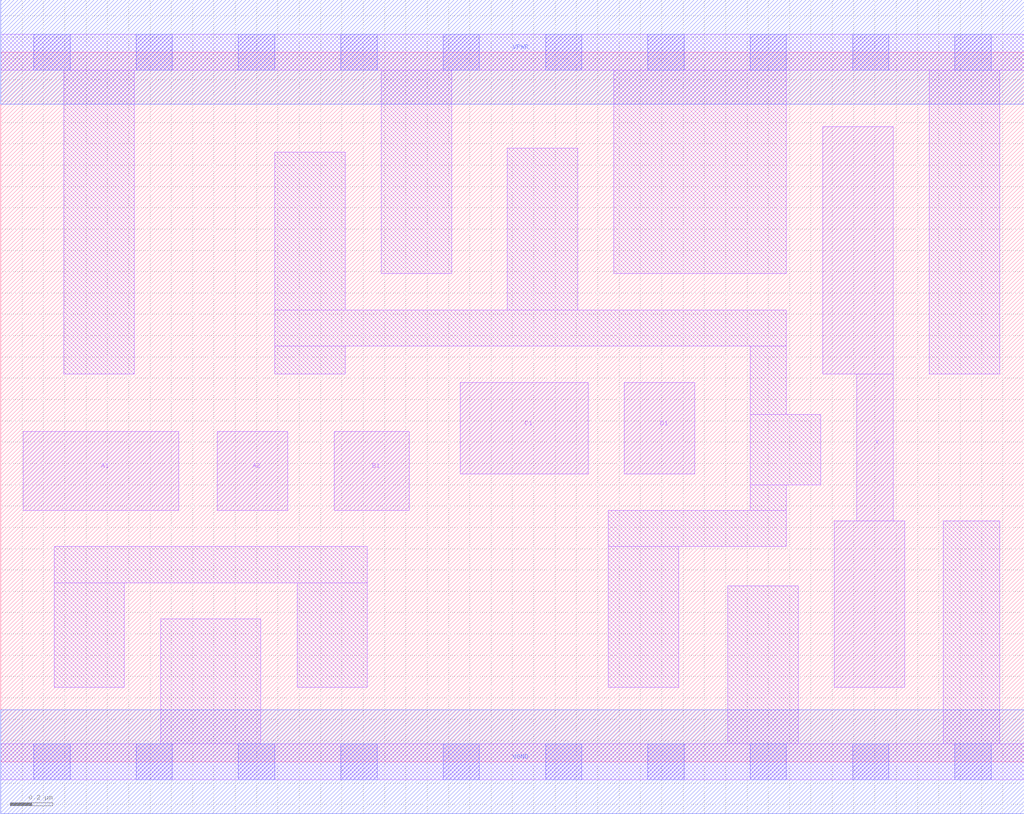
<source format=lef>
# Copyright 2020 The SkyWater PDK Authors
#
# Licensed under the Apache License, Version 2.0 (the "License");
# you may not use this file except in compliance with the License.
# You may obtain a copy of the License at
#
#     https://www.apache.org/licenses/LICENSE-2.0
#
# Unless required by applicable law or agreed to in writing, software
# distributed under the License is distributed on an "AS IS" BASIS,
# WITHOUT WARRANTIES OR CONDITIONS OF ANY KIND, either express or implied.
# See the License for the specific language governing permissions and
# limitations under the License.
#
# SPDX-License-Identifier: Apache-2.0

VERSION 5.7 ;
  NAMESCASESENSITIVE ON ;
  NOWIREEXTENSIONATPIN ON ;
  DIVIDERCHAR "/" ;
  BUSBITCHARS "[]" ;
UNITS
  DATABASE MICRONS 200 ;
END UNITS
MACRO sky130_fd_sc_ls__o2111a_2
  CLASS CORE ;
  FOREIGN sky130_fd_sc_ls__o2111a_2 ;
  ORIGIN  0.000000  0.000000 ;
  SIZE  4.800000 BY  3.330000 ;
  SYMMETRY X Y ;
  SITE unit ;
  PIN A1
    ANTENNAGATEAREA  0.261000 ;
    DIRECTION INPUT ;
    USE SIGNAL ;
    PORT
      LAYER li1 ;
        RECT 0.105000 1.180000 0.835000 1.550000 ;
    END
  END A1
  PIN A2
    ANTENNAGATEAREA  0.261000 ;
    DIRECTION INPUT ;
    USE SIGNAL ;
    PORT
      LAYER li1 ;
        RECT 1.015000 1.180000 1.345000 1.550000 ;
    END
  END A2
  PIN B1
    ANTENNAGATEAREA  0.261000 ;
    DIRECTION INPUT ;
    USE SIGNAL ;
    PORT
      LAYER li1 ;
        RECT 1.565000 1.180000 1.915000 1.550000 ;
    END
  END B1
  PIN C1
    ANTENNAGATEAREA  0.261000 ;
    DIRECTION INPUT ;
    USE SIGNAL ;
    PORT
      LAYER li1 ;
        RECT 2.155000 1.350000 2.755000 1.780000 ;
    END
  END C1
  PIN D1
    ANTENNAGATEAREA  0.261000 ;
    DIRECTION INPUT ;
    USE SIGNAL ;
    PORT
      LAYER li1 ;
        RECT 2.925000 1.350000 3.255000 1.780000 ;
    END
  END D1
  PIN X
    ANTENNADIFFAREA  0.543200 ;
    DIRECTION OUTPUT ;
    USE SIGNAL ;
    PORT
      LAYER li1 ;
        RECT 3.855000 1.820000 4.185000 2.980000 ;
        RECT 3.910000 0.350000 4.240000 1.130000 ;
        RECT 4.015000 1.130000 4.185000 1.820000 ;
    END
  END X
  PIN VGND
    DIRECTION INOUT ;
    SHAPE ABUTMENT ;
    USE GROUND ;
    PORT
      LAYER met1 ;
        RECT 0.000000 -0.245000 4.800000 0.245000 ;
    END
  END VGND
  PIN VPWR
    DIRECTION INOUT ;
    SHAPE ABUTMENT ;
    USE POWER ;
    PORT
      LAYER met1 ;
        RECT 0.000000 3.085000 4.800000 3.575000 ;
    END
  END VPWR
  OBS
    LAYER li1 ;
      RECT 0.000000 -0.085000 4.800000 0.085000 ;
      RECT 0.000000  3.245000 4.800000 3.415000 ;
      RECT 0.250000  0.350000 0.580000 0.840000 ;
      RECT 0.250000  0.840000 1.720000 1.010000 ;
      RECT 0.295000  1.820000 0.625000 3.245000 ;
      RECT 0.750000  0.085000 1.220000 0.670000 ;
      RECT 1.285000  1.820000 1.615000 1.950000 ;
      RECT 1.285000  1.950000 3.685000 2.120000 ;
      RECT 1.285000  2.120000 1.615000 2.860000 ;
      RECT 1.390000  0.350000 1.720000 0.840000 ;
      RECT 1.785000  2.290000 2.115000 3.245000 ;
      RECT 2.375000  2.120000 2.705000 2.880000 ;
      RECT 2.850000  0.350000 3.180000 1.010000 ;
      RECT 2.850000  1.010000 3.685000 1.180000 ;
      RECT 2.875000  2.290000 3.685000 3.245000 ;
      RECT 3.410000  0.085000 3.740000 0.825000 ;
      RECT 3.515000  1.180000 3.685000 1.300000 ;
      RECT 3.515000  1.300000 3.845000 1.630000 ;
      RECT 3.515000  1.630000 3.685000 1.950000 ;
      RECT 4.355000  1.820000 4.685000 3.245000 ;
      RECT 4.420000  0.085000 4.685000 1.130000 ;
    LAYER mcon ;
      RECT 0.155000 -0.085000 0.325000 0.085000 ;
      RECT 0.155000  3.245000 0.325000 3.415000 ;
      RECT 0.635000 -0.085000 0.805000 0.085000 ;
      RECT 0.635000  3.245000 0.805000 3.415000 ;
      RECT 1.115000 -0.085000 1.285000 0.085000 ;
      RECT 1.115000  3.245000 1.285000 3.415000 ;
      RECT 1.595000 -0.085000 1.765000 0.085000 ;
      RECT 1.595000  3.245000 1.765000 3.415000 ;
      RECT 2.075000 -0.085000 2.245000 0.085000 ;
      RECT 2.075000  3.245000 2.245000 3.415000 ;
      RECT 2.555000 -0.085000 2.725000 0.085000 ;
      RECT 2.555000  3.245000 2.725000 3.415000 ;
      RECT 3.035000 -0.085000 3.205000 0.085000 ;
      RECT 3.035000  3.245000 3.205000 3.415000 ;
      RECT 3.515000 -0.085000 3.685000 0.085000 ;
      RECT 3.515000  3.245000 3.685000 3.415000 ;
      RECT 3.995000 -0.085000 4.165000 0.085000 ;
      RECT 3.995000  3.245000 4.165000 3.415000 ;
      RECT 4.475000 -0.085000 4.645000 0.085000 ;
      RECT 4.475000  3.245000 4.645000 3.415000 ;
  END
END sky130_fd_sc_ls__o2111a_2
END LIBRARY

</source>
